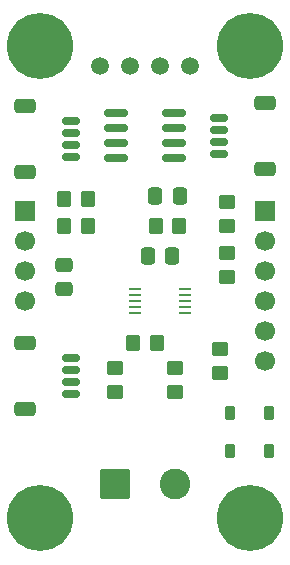
<source format=gbr>
%TF.GenerationSoftware,KiCad,Pcbnew,9.0.3*%
%TF.CreationDate,2026-01-02T19:57:45-06:00*%
%TF.ProjectId,IsolatedADSandVoltmeterPCB,49736f6c-6174-4656-9441-4453616e6456,rev?*%
%TF.SameCoordinates,Original*%
%TF.FileFunction,Soldermask,Top*%
%TF.FilePolarity,Negative*%
%FSLAX46Y46*%
G04 Gerber Fmt 4.6, Leading zero omitted, Abs format (unit mm)*
G04 Created by KiCad (PCBNEW 9.0.3) date 2026-01-02 19:57:45*
%MOMM*%
%LPD*%
G01*
G04 APERTURE LIST*
G04 Aperture macros list*
%AMRoundRect*
0 Rectangle with rounded corners*
0 $1 Rounding radius*
0 $2 $3 $4 $5 $6 $7 $8 $9 X,Y pos of 4 corners*
0 Add a 4 corners polygon primitive as box body*
4,1,4,$2,$3,$4,$5,$6,$7,$8,$9,$2,$3,0*
0 Add four circle primitives for the rounded corners*
1,1,$1+$1,$2,$3*
1,1,$1+$1,$4,$5*
1,1,$1+$1,$6,$7*
1,1,$1+$1,$8,$9*
0 Add four rect primitives between the rounded corners*
20,1,$1+$1,$2,$3,$4,$5,0*
20,1,$1+$1,$4,$5,$6,$7,0*
20,1,$1+$1,$6,$7,$8,$9,0*
20,1,$1+$1,$8,$9,$2,$3,0*%
G04 Aperture macros list end*
%ADD10C,5.600000*%
%ADD11C,3.600000*%
%ADD12R,1.700000X1.700000*%
%ADD13C,1.700000*%
%ADD14RoundRect,0.250000X-0.350000X-0.450000X0.350000X-0.450000X0.350000X0.450000X-0.350000X0.450000X0*%
%ADD15RoundRect,0.250000X-0.450000X0.350000X-0.450000X-0.350000X0.450000X-0.350000X0.450000X0.350000X0*%
%ADD16RoundRect,0.225000X0.225000X0.375000X-0.225000X0.375000X-0.225000X-0.375000X0.225000X-0.375000X0*%
%ADD17R,1.100000X0.250000*%
%ADD18C,1.500000*%
%ADD19RoundRect,0.150000X-0.825000X-0.150000X0.825000X-0.150000X0.825000X0.150000X-0.825000X0.150000X0*%
%ADD20RoundRect,0.250000X-1.050000X-1.050000X1.050000X-1.050000X1.050000X1.050000X-1.050000X1.050000X0*%
%ADD21C,2.600000*%
%ADD22RoundRect,0.250000X0.350000X0.450000X-0.350000X0.450000X-0.350000X-0.450000X0.350000X-0.450000X0*%
%ADD23RoundRect,0.250000X-0.475000X0.337500X-0.475000X-0.337500X0.475000X-0.337500X0.475000X0.337500X0*%
%ADD24RoundRect,0.150000X0.625000X-0.150000X0.625000X0.150000X-0.625000X0.150000X-0.625000X-0.150000X0*%
%ADD25RoundRect,0.250000X0.650000X-0.350000X0.650000X0.350000X-0.650000X0.350000X-0.650000X-0.350000X0*%
%ADD26RoundRect,0.150000X-0.625000X0.150000X-0.625000X-0.150000X0.625000X-0.150000X0.625000X0.150000X0*%
%ADD27RoundRect,0.250000X-0.650000X0.350000X-0.650000X-0.350000X0.650000X-0.350000X0.650000X0.350000X0*%
%ADD28RoundRect,0.250000X0.450000X-0.350000X0.450000X0.350000X-0.450000X0.350000X-0.450000X-0.350000X0*%
%ADD29RoundRect,0.250000X-0.337500X-0.475000X0.337500X-0.475000X0.337500X0.475000X-0.337500X0.475000X0*%
%ADD30RoundRect,0.250000X0.337500X0.475000X-0.337500X0.475000X-0.337500X-0.475000X0.337500X-0.475000X0*%
%ADD31RoundRect,0.225000X-0.225000X-0.375000X0.225000X-0.375000X0.225000X0.375000X-0.225000X0.375000X0*%
G04 APERTURE END LIST*
D10*
%TO.C,H2*%
X146050000Y-38100000D03*
D11*
X146050000Y-38100000D03*
%TD*%
D12*
%TO.C,J2*%
X147320000Y-52070000D03*
D13*
X147320000Y-54610000D03*
X147320000Y-57150000D03*
X147320000Y-59690000D03*
X147320000Y-62230000D03*
X147320000Y-64770000D03*
%TD*%
D12*
%TO.C,J1*%
X127000000Y-52070000D03*
D13*
X127000000Y-54610000D03*
X127000000Y-57150000D03*
X127000000Y-59690000D03*
%TD*%
D14*
%TO.C,R7*%
X138065000Y-53340000D03*
X140065000Y-53340000D03*
%TD*%
D15*
%TO.C,R12*%
X143510000Y-63770000D03*
X143510000Y-65770000D03*
%TD*%
D16*
%TO.C,D4*%
X147700000Y-72390000D03*
X144400000Y-72390000D03*
%TD*%
D17*
%TO.C,U3*%
X140580000Y-60690000D03*
X140580000Y-60190000D03*
X140580000Y-59690000D03*
X140580000Y-59190000D03*
X140580000Y-58690000D03*
X136280000Y-58690000D03*
X136280000Y-59190000D03*
X136280000Y-59690000D03*
X136280000Y-60190000D03*
X136280000Y-60690000D03*
%TD*%
D18*
%TO.C,U14*%
X133350000Y-39830000D03*
X135890000Y-39830000D03*
X138430000Y-39830000D03*
X140970000Y-39830000D03*
%TD*%
D19*
%TO.C,U13*%
X134685000Y-43815000D03*
X134685000Y-45085000D03*
X134685000Y-46355000D03*
X134685000Y-47625000D03*
X139635000Y-47625000D03*
X139635000Y-46355000D03*
X139635000Y-45085000D03*
X139635000Y-43815000D03*
%TD*%
D11*
%TO.C,H1*%
X128270000Y-38100000D03*
D10*
X128270000Y-38100000D03*
%TD*%
D20*
%TO.C,J15*%
X134615000Y-75146250D03*
D21*
X139695000Y-75146250D03*
%TD*%
D22*
%TO.C,R24*%
X138160000Y-63230000D03*
X136160000Y-63230000D03*
%TD*%
D23*
%TO.C,C8*%
X130302000Y-56620500D03*
X130302000Y-58695500D03*
%TD*%
D24*
%TO.C,J4*%
X143415000Y-47220000D03*
X143415000Y-46220000D03*
X143415000Y-45220000D03*
X143415000Y-44220000D03*
D25*
X147290000Y-48520000D03*
X147290000Y-42920000D03*
%TD*%
D26*
%TO.C,J5*%
X130905000Y-64540000D03*
X130905000Y-65540000D03*
X130905000Y-66540000D03*
X130905000Y-67540000D03*
D27*
X127030000Y-63240000D03*
X127030000Y-68840000D03*
%TD*%
D28*
%TO.C,R18*%
X134620000Y-67405000D03*
X134620000Y-65405000D03*
%TD*%
D11*
%TO.C,H4*%
X146045000Y-78105000D03*
D10*
X146045000Y-78105000D03*
%TD*%
D29*
%TO.C,C7*%
X138027500Y-50800000D03*
X140102500Y-50800000D03*
%TD*%
D26*
%TO.C,J3*%
X130875000Y-44480000D03*
X130875000Y-45480000D03*
X130875000Y-46480000D03*
X130875000Y-47480000D03*
D27*
X127000000Y-43180000D03*
X127000000Y-48780000D03*
%TD*%
D30*
%TO.C,C4*%
X139467500Y-55880000D03*
X137392500Y-55880000D03*
%TD*%
D28*
%TO.C,R17*%
X139700000Y-67405000D03*
X139700000Y-65405000D03*
%TD*%
D14*
%TO.C,R1*%
X130318000Y-53340000D03*
X132318000Y-53340000D03*
%TD*%
D15*
%TO.C,R6*%
X144145000Y-55642000D03*
X144145000Y-57642000D03*
%TD*%
D31*
%TO.C,D5*%
X144400000Y-69215000D03*
X147700000Y-69215000D03*
%TD*%
D11*
%TO.C,H3*%
X128270000Y-78105000D03*
D10*
X128270000Y-78105000D03*
%TD*%
D15*
%TO.C,R5*%
X144145000Y-51340000D03*
X144145000Y-53340000D03*
%TD*%
D14*
%TO.C,R2*%
X130318000Y-51036000D03*
X132318000Y-51036000D03*
%TD*%
M02*

</source>
